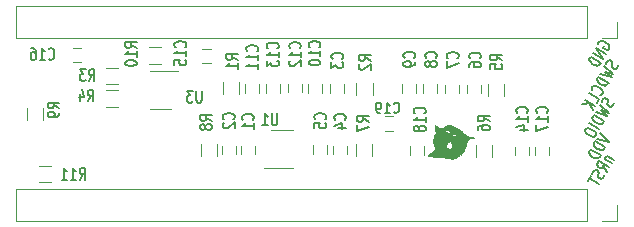
<source format=gbo>
%TF.GenerationSoftware,KiCad,Pcbnew,4.0.7*%
%TF.CreationDate,2018-01-16T14:15:25+08:00*%
%TF.ProjectId,STM32F401CCT6,53544D333246343031434354362E6B69,rev?*%
%TF.FileFunction,Legend,Bot*%
%FSLAX46Y46*%
G04 Gerber Fmt 4.6, Leading zero omitted, Abs format (unit mm)*
G04 Created by KiCad (PCBNEW 4.0.7) date 01/16/18 14:15:25*
%MOMM*%
%LPD*%
G01*
G04 APERTURE LIST*
%ADD10C,0.100000*%
%ADD11C,0.200000*%
%ADD12C,0.120000*%
%ADD13C,0.002822*%
G04 APERTURE END LIST*
D10*
D11*
X50021082Y-13084430D02*
X50753773Y-13815370D01*
X49754415Y-13546311D01*
X50487107Y-14277250D02*
X49621082Y-13777250D01*
X49525844Y-13942207D01*
X49509940Y-14064991D01*
X49554323Y-14178594D01*
X49617754Y-14259204D01*
X49763663Y-14387433D01*
X49887382Y-14458862D01*
X50071387Y-14521109D01*
X50172913Y-14535737D01*
X50293487Y-14517372D01*
X50391869Y-14442207D01*
X50487107Y-14277250D01*
X50087107Y-14970070D02*
X49221082Y-14470070D01*
X49125844Y-14635027D01*
X49109940Y-14757812D01*
X49154323Y-14871414D01*
X49217754Y-14952024D01*
X49363663Y-15080253D01*
X49487382Y-15151682D01*
X49671387Y-15213929D01*
X49772913Y-15228557D01*
X49893487Y-15210193D01*
X49991869Y-15135027D01*
X50087107Y-14970070D01*
X50594994Y-14996139D02*
X51172345Y-15329473D01*
X50677473Y-15043758D02*
X50617186Y-15052940D01*
X50537851Y-15095114D01*
X50480708Y-15194088D01*
X50483853Y-15283880D01*
X50547284Y-15364491D01*
X51000916Y-15626396D01*
X50581868Y-16352208D02*
X50302808Y-15883172D01*
X50810440Y-15956311D02*
X49944415Y-15456311D01*
X49792034Y-15720242D01*
X49795177Y-15810035D01*
X49817369Y-15866836D01*
X49880800Y-15947446D01*
X50004518Y-16018875D01*
X50106044Y-16033502D01*
X50166331Y-16024321D01*
X50245665Y-15982147D01*
X50398046Y-15718215D01*
X50388248Y-16592330D02*
X50372344Y-16715114D01*
X50277106Y-16880071D01*
X50197772Y-16922244D01*
X50137485Y-16931427D01*
X50035959Y-16916799D01*
X49953480Y-16869180D01*
X49890049Y-16788570D01*
X49867858Y-16731768D01*
X49864713Y-16641976D01*
X49899664Y-16486200D01*
X49896520Y-16396408D01*
X49874329Y-16339607D01*
X49810898Y-16258997D01*
X49728419Y-16211378D01*
X49626893Y-16196750D01*
X49566606Y-16205932D01*
X49487272Y-16248105D01*
X49392034Y-16413063D01*
X49376130Y-16535847D01*
X49220605Y-16709985D02*
X48992034Y-17105883D01*
X49972344Y-17407935D02*
X49106319Y-16907935D01*
X51180153Y-10536262D02*
X51164249Y-10659046D01*
X51069011Y-10824003D01*
X50989677Y-10866176D01*
X50929390Y-10875359D01*
X50827864Y-10860731D01*
X50745385Y-10813112D01*
X50681954Y-10732502D01*
X50659763Y-10675700D01*
X50656618Y-10585907D01*
X50691569Y-10430132D01*
X50688425Y-10340339D01*
X50666234Y-10283539D01*
X50602803Y-10202928D01*
X50520324Y-10155309D01*
X50418798Y-10140682D01*
X50358511Y-10149863D01*
X50279177Y-10192037D01*
X50183939Y-10356994D01*
X50168035Y-10479778D01*
X49993462Y-10686909D02*
X50764249Y-11351866D01*
X50069469Y-11126689D01*
X50611868Y-11615798D01*
X49650605Y-11280755D01*
X50364249Y-12044687D02*
X49498224Y-11544687D01*
X49402986Y-11709644D01*
X49387082Y-11832428D01*
X49431465Y-11946030D01*
X49494896Y-12026640D01*
X49640806Y-12154870D01*
X49764525Y-12226299D01*
X49948529Y-12288545D01*
X50050055Y-12303173D01*
X50170629Y-12284809D01*
X50269011Y-12209644D01*
X50364249Y-12044687D01*
X49964249Y-12737507D02*
X49098224Y-12237507D01*
X48831558Y-12699387D02*
X48755367Y-12831353D01*
X48758511Y-12921145D01*
X48802894Y-13034747D01*
X48948804Y-13162976D01*
X49237480Y-13329643D01*
X49421484Y-13391890D01*
X49542058Y-13373526D01*
X49621392Y-13331353D01*
X49697583Y-13199387D01*
X49694439Y-13109595D01*
X49650056Y-12995992D01*
X49504146Y-12867763D01*
X49215470Y-12701096D01*
X49031466Y-12638849D01*
X48910892Y-12657214D01*
X48831558Y-12699387D01*
X51565296Y-7288877D02*
X51549392Y-7411661D01*
X51454154Y-7576618D01*
X51374820Y-7618791D01*
X51314533Y-7627974D01*
X51213007Y-7613346D01*
X51130528Y-7565727D01*
X51067097Y-7485117D01*
X51044906Y-7428315D01*
X51041761Y-7338523D01*
X51076712Y-7182747D01*
X51073568Y-7092955D01*
X51051377Y-7036154D01*
X50987946Y-6955544D01*
X50905467Y-6907925D01*
X50803941Y-6893297D01*
X50743654Y-6902479D01*
X50664320Y-6944652D01*
X50569082Y-7109609D01*
X50553178Y-7232394D01*
X50378605Y-7439524D02*
X51149392Y-8104481D01*
X50454612Y-7879304D01*
X50997011Y-8368413D01*
X50035748Y-8033370D01*
X50749392Y-8797302D02*
X49883367Y-8297302D01*
X49788129Y-8462259D01*
X49772225Y-8585043D01*
X49816608Y-8698645D01*
X49880039Y-8779256D01*
X50025949Y-8907485D01*
X50149668Y-8978914D01*
X50333672Y-9041161D01*
X50435198Y-9055788D01*
X50555772Y-9037424D01*
X50654154Y-8962259D01*
X50749392Y-8797302D01*
X50038342Y-9838401D02*
X50098629Y-9829219D01*
X50197011Y-9754054D01*
X50235106Y-9688071D01*
X50251010Y-9565287D01*
X50206627Y-9451685D01*
X50143196Y-9371075D01*
X49997287Y-9242845D01*
X49873568Y-9171416D01*
X49689563Y-9109170D01*
X49588037Y-9094542D01*
X49467463Y-9112906D01*
X49369081Y-9188071D01*
X49330986Y-9254054D01*
X49315082Y-9376838D01*
X49337274Y-9433639D01*
X49758916Y-10512857D02*
X49949392Y-10182942D01*
X49083367Y-9682942D01*
X49625583Y-10743797D02*
X48759558Y-10243797D01*
X49397011Y-11139694D02*
X49073568Y-10557057D01*
X48530986Y-10639694D02*
X49254430Y-10529511D01*
X49873749Y-5574138D02*
X49870605Y-5484345D01*
X49927748Y-5385371D01*
X50026130Y-5310206D01*
X50146704Y-5291842D01*
X50248230Y-5306469D01*
X50432234Y-5368716D01*
X50555953Y-5440145D01*
X50701863Y-5568374D01*
X50765294Y-5648985D01*
X50809677Y-5762587D01*
X50793773Y-5885371D01*
X50755678Y-5951354D01*
X50657296Y-6026519D01*
X50597009Y-6035700D01*
X50308334Y-5869034D01*
X50384525Y-5737068D01*
X50508059Y-6380242D02*
X49642034Y-5880242D01*
X50279487Y-6776140D01*
X49413462Y-6276140D01*
X50089011Y-7106054D02*
X49222986Y-6606054D01*
X49127748Y-6771011D01*
X49111844Y-6893795D01*
X49156227Y-7007397D01*
X49219658Y-7088007D01*
X49365568Y-7216237D01*
X49489287Y-7287666D01*
X49673291Y-7349912D01*
X49774817Y-7364540D01*
X49895391Y-7346176D01*
X49993773Y-7271011D01*
X50089011Y-7106054D01*
D12*
X3500000Y-15870000D02*
X2500000Y-15870000D01*
X2500000Y-17230000D02*
X3500000Y-17230000D01*
X31802000Y-12862000D02*
X32502000Y-12862000D01*
X32502000Y-11662000D02*
X31802000Y-11662000D01*
X33942000Y-14192000D02*
X33942000Y-14892000D01*
X35142000Y-14892000D02*
X35142000Y-14192000D01*
X45702000Y-14942000D02*
X45702000Y-14242000D01*
X44502000Y-14242000D02*
X44502000Y-14942000D01*
X6082000Y-5872000D02*
X5382000Y-5872000D01*
X5382000Y-7072000D02*
X6082000Y-7072000D01*
X16362000Y-7132000D02*
X17062000Y-7132000D01*
X17062000Y-5932000D02*
X16362000Y-5932000D01*
X17592000Y-15002000D02*
X17592000Y-14002000D01*
X16232000Y-14002000D02*
X16232000Y-15002000D01*
X19192000Y-14842000D02*
X19192000Y-14142000D01*
X17992000Y-14142000D02*
X17992000Y-14842000D01*
X19632000Y-14152000D02*
X19632000Y-14852000D01*
X20832000Y-14852000D02*
X20832000Y-14152000D01*
X22202000Y-12822000D02*
X24002000Y-12822000D01*
X24002000Y-16042000D02*
X21552000Y-16042000D01*
X25682000Y-14122000D02*
X25682000Y-14822000D01*
X26882000Y-14822000D02*
X26882000Y-14122000D01*
X27422000Y-14132000D02*
X27422000Y-14832000D01*
X28622000Y-14832000D02*
X28622000Y-14132000D01*
X30692000Y-15002000D02*
X30692000Y-14002000D01*
X29332000Y-14002000D02*
X29332000Y-15002000D01*
X40872000Y-15062000D02*
X40872000Y-14062000D01*
X39512000Y-14062000D02*
X39512000Y-15062000D01*
X44052000Y-14922000D02*
X44052000Y-14222000D01*
X42852000Y-14222000D02*
X42852000Y-14922000D01*
X41920000Y-9950000D02*
X41920000Y-8950000D01*
X40560000Y-8950000D02*
X40560000Y-9950000D01*
X38102000Y-9672000D02*
X38102000Y-8972000D01*
X36902000Y-8972000D02*
X36902000Y-9672000D01*
X35002000Y-8952000D02*
X35002000Y-9652000D01*
X36202000Y-9652000D02*
X36202000Y-8952000D01*
X33272000Y-8952000D02*
X33272000Y-9652000D01*
X34472000Y-9652000D02*
X34472000Y-8952000D01*
X29402000Y-8842000D02*
X29402000Y-9842000D01*
X30762000Y-9842000D02*
X30762000Y-8842000D01*
X28372000Y-9652000D02*
X28372000Y-8952000D01*
X27172000Y-8952000D02*
X27172000Y-9652000D01*
X21192000Y-9642000D02*
X21192000Y-8942000D01*
X19992000Y-8942000D02*
X19992000Y-9642000D01*
X26492000Y-9642000D02*
X26492000Y-8942000D01*
X25292000Y-8942000D02*
X25292000Y-9642000D01*
X22922000Y-9662000D02*
X22922000Y-8962000D01*
X21722000Y-8962000D02*
X21722000Y-9662000D01*
X24802000Y-9632000D02*
X24802000Y-8932000D01*
X23602000Y-8932000D02*
X23602000Y-9632000D01*
X19452000Y-9772000D02*
X19452000Y-8772000D01*
X18092000Y-8772000D02*
X18092000Y-9772000D01*
X11870000Y-7190000D02*
X12870000Y-7190000D01*
X12870000Y-5830000D02*
X11870000Y-5830000D01*
X13682000Y-11022000D02*
X11882000Y-11022000D01*
X11882000Y-7802000D02*
X14332000Y-7802000D01*
X8202000Y-10832000D02*
X9202000Y-10832000D01*
X9202000Y-9472000D02*
X8202000Y-9472000D01*
X8202000Y-8922000D02*
X9202000Y-8922000D01*
X9202000Y-7562000D02*
X8202000Y-7562000D01*
X2842000Y-11942000D02*
X2842000Y-10942000D01*
X1482000Y-10942000D02*
X1482000Y-11942000D01*
X562000Y-20512000D02*
X562000Y-17852000D01*
X48882000Y-20512000D02*
X562000Y-20512000D01*
X48882000Y-17852000D02*
X562000Y-17852000D01*
X48882000Y-20512000D02*
X48882000Y-17852000D01*
X50152000Y-20512000D02*
X51482000Y-20512000D01*
X51482000Y-20512000D02*
X51482000Y-19182000D01*
X562000Y-5012000D02*
X562000Y-2352000D01*
X48882000Y-5012000D02*
X562000Y-5012000D01*
X48882000Y-2352000D02*
X562000Y-2352000D01*
X48882000Y-5012000D02*
X48882000Y-2352000D01*
X50152000Y-5012000D02*
X51482000Y-5012000D01*
X51482000Y-5012000D02*
X51482000Y-3682000D01*
X39962000Y-9672000D02*
X39962000Y-8972000D01*
X38762000Y-8972000D02*
X38762000Y-9672000D01*
D13*
G36*
X37395820Y-13131394D02*
X37443274Y-13132894D01*
X37511193Y-13161450D01*
X37573309Y-13182423D01*
X37686719Y-13180088D01*
X37761621Y-13129660D01*
X37817887Y-13060946D01*
X37858935Y-13006122D01*
X37888180Y-12997361D01*
X37921766Y-13076566D01*
X37892168Y-13145095D01*
X37845954Y-13196490D01*
X37829691Y-13224299D01*
X37931883Y-13265319D01*
X38014270Y-13323029D01*
X38072963Y-13390074D01*
X38104074Y-13459100D01*
X38103713Y-13522752D01*
X38037252Y-13487868D01*
X37973727Y-13428506D01*
X37878100Y-13356285D01*
X37779325Y-13317457D01*
X37704753Y-13320897D01*
X37653430Y-13344280D01*
X37624406Y-13365281D01*
X37563318Y-13419115D01*
X37509450Y-13474500D01*
X37453601Y-13510089D01*
X37386571Y-13504536D01*
X37404470Y-13451718D01*
X37469488Y-13382175D01*
X37538670Y-13318384D01*
X37569062Y-13282825D01*
X37493643Y-13228034D01*
X37407411Y-13179928D01*
X37395817Y-13131373D01*
X37304715Y-13068277D01*
X37281181Y-13065867D01*
X37232332Y-13065582D01*
X37167479Y-13061718D01*
X37095933Y-13048573D01*
X37027006Y-13020441D01*
X36970009Y-12971619D01*
X36934253Y-12896402D01*
X36929049Y-12789087D01*
X36748034Y-12625476D01*
X36613075Y-12676839D01*
X36543971Y-12681523D01*
X36461079Y-12656438D01*
X36371252Y-12611296D01*
X36281340Y-12555812D01*
X36198196Y-12499699D01*
X36128671Y-12452670D01*
X36079616Y-12424438D01*
X36057885Y-12424717D01*
X36035719Y-12473439D01*
X36034178Y-12552126D01*
X36046893Y-12650835D01*
X36067493Y-12759625D01*
X36089610Y-12868554D01*
X36106873Y-12967680D01*
X36112914Y-13047062D01*
X36101361Y-13096758D01*
X36043474Y-13187216D01*
X35997404Y-13278530D01*
X35962095Y-13370699D01*
X35936493Y-13463724D01*
X35919541Y-13557605D01*
X35910185Y-13652342D01*
X35907368Y-13747935D01*
X35910036Y-13844385D01*
X35924392Y-13943460D01*
X35946622Y-14036081D01*
X35971696Y-14123638D01*
X35994585Y-14207522D01*
X36010260Y-14289122D01*
X36015626Y-14398707D01*
X35999347Y-14469488D01*
X35964492Y-14516614D01*
X35914131Y-14555234D01*
X35851332Y-14600497D01*
X35779164Y-14667552D01*
X35714014Y-14725086D01*
X35632462Y-14782978D01*
X35549126Y-14840158D01*
X35478623Y-14895556D01*
X35435573Y-14948105D01*
X35469586Y-14995080D01*
X35557343Y-15028652D01*
X35610168Y-15041478D01*
X35689189Y-15050752D01*
X35788662Y-15057102D01*
X35902844Y-15061159D01*
X36025993Y-15063552D01*
X36152365Y-15064909D01*
X36276219Y-15065862D01*
X36391810Y-15067038D01*
X36493396Y-15069068D01*
X36575233Y-15072581D01*
X36631581Y-15078206D01*
X36728226Y-15096699D01*
X36840906Y-15121614D01*
X36954636Y-15148588D01*
X37054426Y-15173258D01*
X37125291Y-15191259D01*
X37152243Y-15198230D01*
X37293036Y-14478302D01*
X37266558Y-14433089D01*
X37210897Y-14393377D01*
X37141234Y-14352533D01*
X37072750Y-14303928D01*
X37020626Y-14240929D01*
X37000042Y-14156905D01*
X37013675Y-14052557D01*
X37048992Y-13975148D01*
X37098487Y-13915797D01*
X37154652Y-13865626D01*
X37209983Y-13815754D01*
X37256972Y-13757301D01*
X37288113Y-13681389D01*
X37338839Y-13777088D01*
X37386234Y-13842652D01*
X37429032Y-13887875D01*
X37465964Y-13922547D01*
X37495765Y-13956464D01*
X37517166Y-13999416D01*
X37528900Y-14061197D01*
X37529700Y-14151599D01*
X37497355Y-14234629D01*
X37433316Y-14327248D01*
X37358233Y-14413716D01*
X37292750Y-14478293D01*
X37152243Y-15198230D01*
X37210299Y-15207548D01*
X37325477Y-15226044D01*
X37409292Y-15239528D01*
X37508954Y-15243837D01*
X37624152Y-15219382D01*
X37733238Y-15182136D01*
X37814565Y-15148073D01*
X37846484Y-15133169D01*
X37882963Y-15115108D01*
X37972024Y-15056650D01*
X37997185Y-15040682D01*
X38045305Y-15005008D01*
X38058001Y-14989581D01*
X38091882Y-14941131D01*
X38140640Y-14856400D01*
X38197965Y-14732134D01*
X38257550Y-14565075D01*
X38280808Y-14475350D01*
X38296715Y-14388255D01*
X38307385Y-14308772D01*
X38314929Y-14241885D01*
X38331817Y-14072361D01*
X38338274Y-13982046D01*
X38341095Y-13954376D01*
X38348531Y-13976355D01*
X38361162Y-14039707D01*
X38371310Y-14136592D01*
X38371295Y-14259175D01*
X38353439Y-14399619D01*
X38326428Y-14519375D01*
X38295124Y-14638933D01*
X38264273Y-14748158D01*
X38238624Y-14836913D01*
X38222921Y-14895066D01*
X38221911Y-14912480D01*
X38292207Y-14843266D01*
X38360236Y-14753587D01*
X38424791Y-14649979D01*
X38484660Y-14538978D01*
X38538636Y-14427122D01*
X38585510Y-14320946D01*
X38624072Y-14226986D01*
X38653113Y-14151779D01*
X38671424Y-14101862D01*
X38677797Y-14083770D01*
X38717209Y-13954292D01*
X38751537Y-13844153D01*
X38783753Y-13751775D01*
X38816829Y-13675581D01*
X38853739Y-13613995D01*
X38897455Y-13565437D01*
X38950950Y-13528332D01*
X39017197Y-13501102D01*
X39099169Y-13482170D01*
X39199838Y-13469957D01*
X39322178Y-13462888D01*
X39176184Y-13439136D01*
X39048559Y-13411355D01*
X38937410Y-13379883D01*
X38840848Y-13345055D01*
X38756982Y-13307209D01*
X38683922Y-13266681D01*
X38619777Y-13223808D01*
X38562655Y-13178927D01*
X38510668Y-13132375D01*
X38461924Y-13084488D01*
X38414532Y-13035603D01*
X38366602Y-12986056D01*
X38316244Y-12936185D01*
X38261566Y-12886326D01*
X38200679Y-12836816D01*
X38131691Y-12787992D01*
X38052712Y-12740190D01*
X38052706Y-12740197D01*
X37960139Y-12695282D01*
X37868801Y-12644064D01*
X37778547Y-12589537D01*
X37689234Y-12534693D01*
X37600717Y-12482524D01*
X37512854Y-12436022D01*
X37425499Y-12398180D01*
X37338509Y-12371989D01*
X37251741Y-12360444D01*
X37163842Y-12372929D01*
X37081345Y-12403354D01*
X37001382Y-12447770D01*
X36921085Y-12502227D01*
X36837587Y-12562778D01*
X36748020Y-12625472D01*
X36929035Y-12789083D01*
X37071253Y-12794455D01*
X37169929Y-12827205D01*
X37233479Y-12877808D01*
X37270316Y-12936742D01*
X37288856Y-12994480D01*
X37297513Y-13041498D01*
X37304701Y-13068273D01*
X37395820Y-13131394D01*
X37395820Y-13131394D01*
G37*
X37395820Y-13131394D02*
X37443274Y-13132894D01*
X37511193Y-13161450D01*
X37573309Y-13182423D01*
X37686719Y-13180088D01*
X37761621Y-13129660D01*
X37817887Y-13060946D01*
X37858935Y-13006122D01*
X37888180Y-12997361D01*
X37921766Y-13076566D01*
X37892168Y-13145095D01*
X37845954Y-13196490D01*
X37829691Y-13224299D01*
X37931883Y-13265319D01*
X38014270Y-13323029D01*
X38072963Y-13390074D01*
X38104074Y-13459100D01*
X38103713Y-13522752D01*
X38037252Y-13487868D01*
X37973727Y-13428506D01*
X37878100Y-13356285D01*
X37779325Y-13317457D01*
X37704753Y-13320897D01*
X37653430Y-13344280D01*
X37624406Y-13365281D01*
X37563318Y-13419115D01*
X37509450Y-13474500D01*
X37453601Y-13510089D01*
X37386571Y-13504536D01*
X37404470Y-13451718D01*
X37469488Y-13382175D01*
X37538670Y-13318384D01*
X37569062Y-13282825D01*
X37493643Y-13228034D01*
X37407411Y-13179928D01*
X37395817Y-13131373D01*
X37304715Y-13068277D01*
X37281181Y-13065867D01*
X37232332Y-13065582D01*
X37167479Y-13061718D01*
X37095933Y-13048573D01*
X37027006Y-13020441D01*
X36970009Y-12971619D01*
X36934253Y-12896402D01*
X36929049Y-12789087D01*
X36748034Y-12625476D01*
X36613075Y-12676839D01*
X36543971Y-12681523D01*
X36461079Y-12656438D01*
X36371252Y-12611296D01*
X36281340Y-12555812D01*
X36198196Y-12499699D01*
X36128671Y-12452670D01*
X36079616Y-12424438D01*
X36057885Y-12424717D01*
X36035719Y-12473439D01*
X36034178Y-12552126D01*
X36046893Y-12650835D01*
X36067493Y-12759625D01*
X36089610Y-12868554D01*
X36106873Y-12967680D01*
X36112914Y-13047062D01*
X36101361Y-13096758D01*
X36043474Y-13187216D01*
X35997404Y-13278530D01*
X35962095Y-13370699D01*
X35936493Y-13463724D01*
X35919541Y-13557605D01*
X35910185Y-13652342D01*
X35907368Y-13747935D01*
X35910036Y-13844385D01*
X35924392Y-13943460D01*
X35946622Y-14036081D01*
X35971696Y-14123638D01*
X35994585Y-14207522D01*
X36010260Y-14289122D01*
X36015626Y-14398707D01*
X35999347Y-14469488D01*
X35964492Y-14516614D01*
X35914131Y-14555234D01*
X35851332Y-14600497D01*
X35779164Y-14667552D01*
X35714014Y-14725086D01*
X35632462Y-14782978D01*
X35549126Y-14840158D01*
X35478623Y-14895556D01*
X35435573Y-14948105D01*
X35469586Y-14995080D01*
X35557343Y-15028652D01*
X35610168Y-15041478D01*
X35689189Y-15050752D01*
X35788662Y-15057102D01*
X35902844Y-15061159D01*
X36025993Y-15063552D01*
X36152365Y-15064909D01*
X36276219Y-15065862D01*
X36391810Y-15067038D01*
X36493396Y-15069068D01*
X36575233Y-15072581D01*
X36631581Y-15078206D01*
X36728226Y-15096699D01*
X36840906Y-15121614D01*
X36954636Y-15148588D01*
X37054426Y-15173258D01*
X37125291Y-15191259D01*
X37152243Y-15198230D01*
X37293036Y-14478302D01*
X37266558Y-14433089D01*
X37210897Y-14393377D01*
X37141234Y-14352533D01*
X37072750Y-14303928D01*
X37020626Y-14240929D01*
X37000042Y-14156905D01*
X37013675Y-14052557D01*
X37048992Y-13975148D01*
X37098487Y-13915797D01*
X37154652Y-13865626D01*
X37209983Y-13815754D01*
X37256972Y-13757301D01*
X37288113Y-13681389D01*
X37338839Y-13777088D01*
X37386234Y-13842652D01*
X37429032Y-13887875D01*
X37465964Y-13922547D01*
X37495765Y-13956464D01*
X37517166Y-13999416D01*
X37528900Y-14061197D01*
X37529700Y-14151599D01*
X37497355Y-14234629D01*
X37433316Y-14327248D01*
X37358233Y-14413716D01*
X37292750Y-14478293D01*
X37152243Y-15198230D01*
X37210299Y-15207548D01*
X37325477Y-15226044D01*
X37409292Y-15239528D01*
X37508954Y-15243837D01*
X37624152Y-15219382D01*
X37733238Y-15182136D01*
X37814565Y-15148073D01*
X37846484Y-15133169D01*
X37882963Y-15115108D01*
X37972024Y-15056650D01*
X37997185Y-15040682D01*
X38045305Y-15005008D01*
X38058001Y-14989581D01*
X38091882Y-14941131D01*
X38140640Y-14856400D01*
X38197965Y-14732134D01*
X38257550Y-14565075D01*
X38280808Y-14475350D01*
X38296715Y-14388255D01*
X38307385Y-14308772D01*
X38314929Y-14241885D01*
X38331817Y-14072361D01*
X38338274Y-13982046D01*
X38341095Y-13954376D01*
X38348531Y-13976355D01*
X38361162Y-14039707D01*
X38371310Y-14136592D01*
X38371295Y-14259175D01*
X38353439Y-14399619D01*
X38326428Y-14519375D01*
X38295124Y-14638933D01*
X38264273Y-14748158D01*
X38238624Y-14836913D01*
X38222921Y-14895066D01*
X38221911Y-14912480D01*
X38292207Y-14843266D01*
X38360236Y-14753587D01*
X38424791Y-14649979D01*
X38484660Y-14538978D01*
X38538636Y-14427122D01*
X38585510Y-14320946D01*
X38624072Y-14226986D01*
X38653113Y-14151779D01*
X38671424Y-14101862D01*
X38677797Y-14083770D01*
X38717209Y-13954292D01*
X38751537Y-13844153D01*
X38783753Y-13751775D01*
X38816829Y-13675581D01*
X38853739Y-13613995D01*
X38897455Y-13565437D01*
X38950950Y-13528332D01*
X39017197Y-13501102D01*
X39099169Y-13482170D01*
X39199838Y-13469957D01*
X39322178Y-13462888D01*
X39176184Y-13439136D01*
X39048559Y-13411355D01*
X38937410Y-13379883D01*
X38840848Y-13345055D01*
X38756982Y-13307209D01*
X38683922Y-13266681D01*
X38619777Y-13223808D01*
X38562655Y-13178927D01*
X38510668Y-13132375D01*
X38461924Y-13084488D01*
X38414532Y-13035603D01*
X38366602Y-12986056D01*
X38316244Y-12936185D01*
X38261566Y-12886326D01*
X38200679Y-12836816D01*
X38131691Y-12787992D01*
X38052712Y-12740190D01*
X38052706Y-12740197D01*
X37960139Y-12695282D01*
X37868801Y-12644064D01*
X37778547Y-12589537D01*
X37689234Y-12534693D01*
X37600717Y-12482524D01*
X37512854Y-12436022D01*
X37425499Y-12398180D01*
X37338509Y-12371989D01*
X37251741Y-12360444D01*
X37163842Y-12372929D01*
X37081345Y-12403354D01*
X37001382Y-12447770D01*
X36921085Y-12502227D01*
X36837587Y-12562778D01*
X36748020Y-12625472D01*
X36929035Y-12789083D01*
X37071253Y-12794455D01*
X37169929Y-12827205D01*
X37233479Y-12877808D01*
X37270316Y-12936742D01*
X37288856Y-12994480D01*
X37297513Y-13041498D01*
X37304701Y-13068273D01*
X37395820Y-13131394D01*
D11*
X5964286Y-17022381D02*
X6230953Y-16546190D01*
X6421429Y-17022381D02*
X6421429Y-16022381D01*
X6116667Y-16022381D01*
X6040476Y-16070000D01*
X6002381Y-16117619D01*
X5964286Y-16212857D01*
X5964286Y-16355714D01*
X6002381Y-16450952D01*
X6040476Y-16498571D01*
X6116667Y-16546190D01*
X6421429Y-16546190D01*
X5202381Y-17022381D02*
X5659524Y-17022381D01*
X5430953Y-17022381D02*
X5430953Y-16022381D01*
X5507143Y-16165238D01*
X5583334Y-16260476D01*
X5659524Y-16308095D01*
X4440476Y-17022381D02*
X4897619Y-17022381D01*
X4669048Y-17022381D02*
X4669048Y-16022381D01*
X4745238Y-16165238D01*
X4821429Y-16260476D01*
X4897619Y-16308095D01*
X32546286Y-11285571D02*
X32584381Y-11326048D01*
X32698667Y-11366524D01*
X32774857Y-11366524D01*
X32889143Y-11326048D01*
X32965334Y-11245095D01*
X33003429Y-11164143D01*
X33041524Y-11002238D01*
X33041524Y-10880810D01*
X33003429Y-10718905D01*
X32965334Y-10637952D01*
X32889143Y-10557000D01*
X32774857Y-10516524D01*
X32698667Y-10516524D01*
X32584381Y-10557000D01*
X32546286Y-10597476D01*
X31784381Y-11366524D02*
X32241524Y-11366524D01*
X32012953Y-11366524D02*
X32012953Y-10516524D01*
X32089143Y-10637952D01*
X32165334Y-10718905D01*
X32241524Y-10759381D01*
X31403429Y-11366524D02*
X31251048Y-11366524D01*
X31174857Y-11326048D01*
X31136762Y-11285571D01*
X31060571Y-11164143D01*
X31022476Y-11002238D01*
X31022476Y-10678429D01*
X31060571Y-10597476D01*
X31098667Y-10557000D01*
X31174857Y-10516524D01*
X31327238Y-10516524D01*
X31403429Y-10557000D01*
X31441524Y-10597476D01*
X31479619Y-10678429D01*
X31479619Y-10880810D01*
X31441524Y-10961762D01*
X31403429Y-11002238D01*
X31327238Y-11042714D01*
X31174857Y-11042714D01*
X31098667Y-11002238D01*
X31060571Y-10961762D01*
X31022476Y-10880810D01*
X35159143Y-11407714D02*
X35206762Y-11369619D01*
X35254381Y-11255333D01*
X35254381Y-11179143D01*
X35206762Y-11064857D01*
X35111524Y-10988666D01*
X35016286Y-10950571D01*
X34825810Y-10912476D01*
X34682952Y-10912476D01*
X34492476Y-10950571D01*
X34397238Y-10988666D01*
X34302000Y-11064857D01*
X34254381Y-11179143D01*
X34254381Y-11255333D01*
X34302000Y-11369619D01*
X34349619Y-11407714D01*
X35254381Y-12169619D02*
X35254381Y-11712476D01*
X35254381Y-11941047D02*
X34254381Y-11941047D01*
X34397238Y-11864857D01*
X34492476Y-11788666D01*
X34540095Y-11712476D01*
X34682952Y-12626762D02*
X34635333Y-12550571D01*
X34587714Y-12512476D01*
X34492476Y-12474381D01*
X34444857Y-12474381D01*
X34349619Y-12512476D01*
X34302000Y-12550571D01*
X34254381Y-12626762D01*
X34254381Y-12779143D01*
X34302000Y-12855333D01*
X34349619Y-12893429D01*
X34444857Y-12931524D01*
X34492476Y-12931524D01*
X34587714Y-12893429D01*
X34635333Y-12855333D01*
X34682952Y-12779143D01*
X34682952Y-12626762D01*
X34730571Y-12550571D01*
X34778190Y-12512476D01*
X34873429Y-12474381D01*
X35063905Y-12474381D01*
X35159143Y-12512476D01*
X35206762Y-12550571D01*
X35254381Y-12626762D01*
X35254381Y-12779143D01*
X35206762Y-12855333D01*
X35159143Y-12893429D01*
X35063905Y-12931524D01*
X34873429Y-12931524D01*
X34778190Y-12893429D01*
X34730571Y-12855333D01*
X34682952Y-12779143D01*
X45507143Y-11335714D02*
X45554762Y-11297619D01*
X45602381Y-11183333D01*
X45602381Y-11107143D01*
X45554762Y-10992857D01*
X45459524Y-10916666D01*
X45364286Y-10878571D01*
X45173810Y-10840476D01*
X45030952Y-10840476D01*
X44840476Y-10878571D01*
X44745238Y-10916666D01*
X44650000Y-10992857D01*
X44602381Y-11107143D01*
X44602381Y-11183333D01*
X44650000Y-11297619D01*
X44697619Y-11335714D01*
X45602381Y-12097619D02*
X45602381Y-11640476D01*
X45602381Y-11869047D02*
X44602381Y-11869047D01*
X44745238Y-11792857D01*
X44840476Y-11716666D01*
X44888095Y-11640476D01*
X44602381Y-12364286D02*
X44602381Y-12897619D01*
X45602381Y-12554762D01*
X3334286Y-6777143D02*
X3372381Y-6824762D01*
X3486667Y-6872381D01*
X3562857Y-6872381D01*
X3677143Y-6824762D01*
X3753334Y-6729524D01*
X3791429Y-6634286D01*
X3829524Y-6443810D01*
X3829524Y-6300952D01*
X3791429Y-6110476D01*
X3753334Y-6015238D01*
X3677143Y-5920000D01*
X3562857Y-5872381D01*
X3486667Y-5872381D01*
X3372381Y-5920000D01*
X3334286Y-5967619D01*
X2572381Y-6872381D02*
X3029524Y-6872381D01*
X2800953Y-6872381D02*
X2800953Y-5872381D01*
X2877143Y-6015238D01*
X2953334Y-6110476D01*
X3029524Y-6158095D01*
X1886667Y-5872381D02*
X2039048Y-5872381D01*
X2115238Y-5920000D01*
X2153333Y-5967619D01*
X2229524Y-6110476D01*
X2267619Y-6300952D01*
X2267619Y-6681905D01*
X2229524Y-6777143D01*
X2191429Y-6824762D01*
X2115238Y-6872381D01*
X1962857Y-6872381D01*
X1886667Y-6824762D01*
X1848571Y-6777143D01*
X1810476Y-6681905D01*
X1810476Y-6443810D01*
X1848571Y-6348571D01*
X1886667Y-6300952D01*
X1962857Y-6253333D01*
X2115238Y-6253333D01*
X2191429Y-6300952D01*
X2229524Y-6348571D01*
X2267619Y-6443810D01*
X14897143Y-5805714D02*
X14944762Y-5767619D01*
X14992381Y-5653333D01*
X14992381Y-5577143D01*
X14944762Y-5462857D01*
X14849524Y-5386666D01*
X14754286Y-5348571D01*
X14563810Y-5310476D01*
X14420952Y-5310476D01*
X14230476Y-5348571D01*
X14135238Y-5386666D01*
X14040000Y-5462857D01*
X13992381Y-5577143D01*
X13992381Y-5653333D01*
X14040000Y-5767619D01*
X14087619Y-5805714D01*
X14992381Y-6567619D02*
X14992381Y-6110476D01*
X14992381Y-6339047D02*
X13992381Y-6339047D01*
X14135238Y-6262857D01*
X14230476Y-6186666D01*
X14278095Y-6110476D01*
X13992381Y-7291429D02*
X13992381Y-6910476D01*
X14468571Y-6872381D01*
X14420952Y-6910476D01*
X14373333Y-6986667D01*
X14373333Y-7177143D01*
X14420952Y-7253333D01*
X14468571Y-7291429D01*
X14563810Y-7329524D01*
X14801905Y-7329524D01*
X14897143Y-7291429D01*
X14944762Y-7253333D01*
X14992381Y-7177143D01*
X14992381Y-6986667D01*
X14944762Y-6910476D01*
X14897143Y-6872381D01*
X17174381Y-12038667D02*
X16698190Y-11772000D01*
X17174381Y-11581524D02*
X16174381Y-11581524D01*
X16174381Y-11886286D01*
X16222000Y-11962477D01*
X16269619Y-12000572D01*
X16364857Y-12038667D01*
X16507714Y-12038667D01*
X16602952Y-12000572D01*
X16650571Y-11962477D01*
X16698190Y-11886286D01*
X16698190Y-11581524D01*
X16602952Y-12495810D02*
X16555333Y-12419619D01*
X16507714Y-12381524D01*
X16412476Y-12343429D01*
X16364857Y-12343429D01*
X16269619Y-12381524D01*
X16222000Y-12419619D01*
X16174381Y-12495810D01*
X16174381Y-12648191D01*
X16222000Y-12724381D01*
X16269619Y-12762477D01*
X16364857Y-12800572D01*
X16412476Y-12800572D01*
X16507714Y-12762477D01*
X16555333Y-12724381D01*
X16602952Y-12648191D01*
X16602952Y-12495810D01*
X16650571Y-12419619D01*
X16698190Y-12381524D01*
X16793429Y-12343429D01*
X16983905Y-12343429D01*
X17079143Y-12381524D01*
X17126762Y-12419619D01*
X17174381Y-12495810D01*
X17174381Y-12648191D01*
X17126762Y-12724381D01*
X17079143Y-12762477D01*
X16983905Y-12800572D01*
X16793429Y-12800572D01*
X16698190Y-12762477D01*
X16650571Y-12724381D01*
X16602952Y-12648191D01*
X18987143Y-11886667D02*
X19034762Y-11848572D01*
X19082381Y-11734286D01*
X19082381Y-11658096D01*
X19034762Y-11543810D01*
X18939524Y-11467619D01*
X18844286Y-11429524D01*
X18653810Y-11391429D01*
X18510952Y-11391429D01*
X18320476Y-11429524D01*
X18225238Y-11467619D01*
X18130000Y-11543810D01*
X18082381Y-11658096D01*
X18082381Y-11734286D01*
X18130000Y-11848572D01*
X18177619Y-11886667D01*
X18177619Y-12191429D02*
X18130000Y-12229524D01*
X18082381Y-12305715D01*
X18082381Y-12496191D01*
X18130000Y-12572381D01*
X18177619Y-12610477D01*
X18272857Y-12648572D01*
X18368095Y-12648572D01*
X18510952Y-12610477D01*
X19082381Y-12153334D01*
X19082381Y-12648572D01*
X20607143Y-11946667D02*
X20654762Y-11908572D01*
X20702381Y-11794286D01*
X20702381Y-11718096D01*
X20654762Y-11603810D01*
X20559524Y-11527619D01*
X20464286Y-11489524D01*
X20273810Y-11451429D01*
X20130952Y-11451429D01*
X19940476Y-11489524D01*
X19845238Y-11527619D01*
X19750000Y-11603810D01*
X19702381Y-11718096D01*
X19702381Y-11794286D01*
X19750000Y-11908572D01*
X19797619Y-11946667D01*
X20702381Y-12708572D02*
X20702381Y-12251429D01*
X20702381Y-12480000D02*
X19702381Y-12480000D01*
X19845238Y-12403810D01*
X19940476Y-12327619D01*
X19988095Y-12251429D01*
X22701524Y-11404381D02*
X22701524Y-12213905D01*
X22663429Y-12309143D01*
X22625333Y-12356762D01*
X22549143Y-12404381D01*
X22396762Y-12404381D01*
X22320571Y-12356762D01*
X22282476Y-12309143D01*
X22244381Y-12213905D01*
X22244381Y-11404381D01*
X21444381Y-12404381D02*
X21901524Y-12404381D01*
X21672953Y-12404381D02*
X21672953Y-11404381D01*
X21749143Y-11547238D01*
X21825334Y-11642476D01*
X21901524Y-11690095D01*
X26737143Y-11906667D02*
X26784762Y-11868572D01*
X26832381Y-11754286D01*
X26832381Y-11678096D01*
X26784762Y-11563810D01*
X26689524Y-11487619D01*
X26594286Y-11449524D01*
X26403810Y-11411429D01*
X26260952Y-11411429D01*
X26070476Y-11449524D01*
X25975238Y-11487619D01*
X25880000Y-11563810D01*
X25832381Y-11678096D01*
X25832381Y-11754286D01*
X25880000Y-11868572D01*
X25927619Y-11906667D01*
X25832381Y-12630477D02*
X25832381Y-12249524D01*
X26308571Y-12211429D01*
X26260952Y-12249524D01*
X26213333Y-12325715D01*
X26213333Y-12516191D01*
X26260952Y-12592381D01*
X26308571Y-12630477D01*
X26403810Y-12668572D01*
X26641905Y-12668572D01*
X26737143Y-12630477D01*
X26784762Y-12592381D01*
X26832381Y-12516191D01*
X26832381Y-12325715D01*
X26784762Y-12249524D01*
X26737143Y-12211429D01*
X28417143Y-11946667D02*
X28464762Y-11908572D01*
X28512381Y-11794286D01*
X28512381Y-11718096D01*
X28464762Y-11603810D01*
X28369524Y-11527619D01*
X28274286Y-11489524D01*
X28083810Y-11451429D01*
X27940952Y-11451429D01*
X27750476Y-11489524D01*
X27655238Y-11527619D01*
X27560000Y-11603810D01*
X27512381Y-11718096D01*
X27512381Y-11794286D01*
X27560000Y-11908572D01*
X27607619Y-11946667D01*
X27845714Y-12632381D02*
X28512381Y-12632381D01*
X27464762Y-12441905D02*
X28179048Y-12251429D01*
X28179048Y-12746667D01*
X30434381Y-12098667D02*
X29958190Y-11832000D01*
X30434381Y-11641524D02*
X29434381Y-11641524D01*
X29434381Y-11946286D01*
X29482000Y-12022477D01*
X29529619Y-12060572D01*
X29624857Y-12098667D01*
X29767714Y-12098667D01*
X29862952Y-12060572D01*
X29910571Y-12022477D01*
X29958190Y-11946286D01*
X29958190Y-11641524D01*
X29434381Y-12365334D02*
X29434381Y-12898667D01*
X30434381Y-12555810D01*
X40682381Y-12096667D02*
X40206190Y-11830000D01*
X40682381Y-11639524D02*
X39682381Y-11639524D01*
X39682381Y-11944286D01*
X39730000Y-12020477D01*
X39777619Y-12058572D01*
X39872857Y-12096667D01*
X40015714Y-12096667D01*
X40110952Y-12058572D01*
X40158571Y-12020477D01*
X40206190Y-11944286D01*
X40206190Y-11639524D01*
X39682381Y-12782381D02*
X39682381Y-12630000D01*
X39730000Y-12553810D01*
X39777619Y-12515715D01*
X39920476Y-12439524D01*
X40110952Y-12401429D01*
X40491905Y-12401429D01*
X40587143Y-12439524D01*
X40634762Y-12477619D01*
X40682381Y-12553810D01*
X40682381Y-12706191D01*
X40634762Y-12782381D01*
X40587143Y-12820477D01*
X40491905Y-12858572D01*
X40253810Y-12858572D01*
X40158571Y-12820477D01*
X40110952Y-12782381D01*
X40063333Y-12706191D01*
X40063333Y-12553810D01*
X40110952Y-12477619D01*
X40158571Y-12439524D01*
X40253810Y-12401429D01*
X43827143Y-11345714D02*
X43874762Y-11307619D01*
X43922381Y-11193333D01*
X43922381Y-11117143D01*
X43874762Y-11002857D01*
X43779524Y-10926666D01*
X43684286Y-10888571D01*
X43493810Y-10850476D01*
X43350952Y-10850476D01*
X43160476Y-10888571D01*
X43065238Y-10926666D01*
X42970000Y-11002857D01*
X42922381Y-11117143D01*
X42922381Y-11193333D01*
X42970000Y-11307619D01*
X43017619Y-11345714D01*
X43922381Y-12107619D02*
X43922381Y-11650476D01*
X43922381Y-11879047D02*
X42922381Y-11879047D01*
X43065238Y-11802857D01*
X43160476Y-11726666D01*
X43208095Y-11650476D01*
X43255714Y-12793333D02*
X43922381Y-12793333D01*
X42874762Y-12602857D02*
X43589048Y-12412381D01*
X43589048Y-12907619D01*
X41740381Y-6924667D02*
X41264190Y-6658000D01*
X41740381Y-6467524D02*
X40740381Y-6467524D01*
X40740381Y-6772286D01*
X40788000Y-6848477D01*
X40835619Y-6886572D01*
X40930857Y-6924667D01*
X41073714Y-6924667D01*
X41168952Y-6886572D01*
X41216571Y-6848477D01*
X41264190Y-6772286D01*
X41264190Y-6467524D01*
X40740381Y-7648477D02*
X40740381Y-7267524D01*
X41216571Y-7229429D01*
X41168952Y-7267524D01*
X41121333Y-7343715D01*
X41121333Y-7534191D01*
X41168952Y-7610381D01*
X41216571Y-7648477D01*
X41311810Y-7686572D01*
X41549905Y-7686572D01*
X41645143Y-7648477D01*
X41692762Y-7610381D01*
X41740381Y-7534191D01*
X41740381Y-7343715D01*
X41692762Y-7267524D01*
X41645143Y-7229429D01*
X37957143Y-6726667D02*
X38004762Y-6688572D01*
X38052381Y-6574286D01*
X38052381Y-6498096D01*
X38004762Y-6383810D01*
X37909524Y-6307619D01*
X37814286Y-6269524D01*
X37623810Y-6231429D01*
X37480952Y-6231429D01*
X37290476Y-6269524D01*
X37195238Y-6307619D01*
X37100000Y-6383810D01*
X37052381Y-6498096D01*
X37052381Y-6574286D01*
X37100000Y-6688572D01*
X37147619Y-6726667D01*
X37052381Y-6993334D02*
X37052381Y-7526667D01*
X38052381Y-7183810D01*
X36107143Y-6706667D02*
X36154762Y-6668572D01*
X36202381Y-6554286D01*
X36202381Y-6478096D01*
X36154762Y-6363810D01*
X36059524Y-6287619D01*
X35964286Y-6249524D01*
X35773810Y-6211429D01*
X35630952Y-6211429D01*
X35440476Y-6249524D01*
X35345238Y-6287619D01*
X35250000Y-6363810D01*
X35202381Y-6478096D01*
X35202381Y-6554286D01*
X35250000Y-6668572D01*
X35297619Y-6706667D01*
X35630952Y-7163810D02*
X35583333Y-7087619D01*
X35535714Y-7049524D01*
X35440476Y-7011429D01*
X35392857Y-7011429D01*
X35297619Y-7049524D01*
X35250000Y-7087619D01*
X35202381Y-7163810D01*
X35202381Y-7316191D01*
X35250000Y-7392381D01*
X35297619Y-7430477D01*
X35392857Y-7468572D01*
X35440476Y-7468572D01*
X35535714Y-7430477D01*
X35583333Y-7392381D01*
X35630952Y-7316191D01*
X35630952Y-7163810D01*
X35678571Y-7087619D01*
X35726190Y-7049524D01*
X35821429Y-7011429D01*
X36011905Y-7011429D01*
X36107143Y-7049524D01*
X36154762Y-7087619D01*
X36202381Y-7163810D01*
X36202381Y-7316191D01*
X36154762Y-7392381D01*
X36107143Y-7430477D01*
X36011905Y-7468572D01*
X35821429Y-7468572D01*
X35726190Y-7430477D01*
X35678571Y-7392381D01*
X35630952Y-7316191D01*
X34287143Y-6706667D02*
X34334762Y-6668572D01*
X34382381Y-6554286D01*
X34382381Y-6478096D01*
X34334762Y-6363810D01*
X34239524Y-6287619D01*
X34144286Y-6249524D01*
X33953810Y-6211429D01*
X33810952Y-6211429D01*
X33620476Y-6249524D01*
X33525238Y-6287619D01*
X33430000Y-6363810D01*
X33382381Y-6478096D01*
X33382381Y-6554286D01*
X33430000Y-6668572D01*
X33477619Y-6706667D01*
X34382381Y-7087619D02*
X34382381Y-7240000D01*
X34334762Y-7316191D01*
X34287143Y-7354286D01*
X34144286Y-7430477D01*
X33953810Y-7468572D01*
X33572857Y-7468572D01*
X33477619Y-7430477D01*
X33430000Y-7392381D01*
X33382381Y-7316191D01*
X33382381Y-7163810D01*
X33430000Y-7087619D01*
X33477619Y-7049524D01*
X33572857Y-7011429D01*
X33810952Y-7011429D01*
X33906190Y-7049524D01*
X33953810Y-7087619D01*
X34001429Y-7163810D01*
X34001429Y-7316191D01*
X33953810Y-7392381D01*
X33906190Y-7430477D01*
X33810952Y-7468572D01*
X30602381Y-6936667D02*
X30126190Y-6670000D01*
X30602381Y-6479524D02*
X29602381Y-6479524D01*
X29602381Y-6784286D01*
X29650000Y-6860477D01*
X29697619Y-6898572D01*
X29792857Y-6936667D01*
X29935714Y-6936667D01*
X30030952Y-6898572D01*
X30078571Y-6860477D01*
X30126190Y-6784286D01*
X30126190Y-6479524D01*
X29697619Y-7241429D02*
X29650000Y-7279524D01*
X29602381Y-7355715D01*
X29602381Y-7546191D01*
X29650000Y-7622381D01*
X29697619Y-7660477D01*
X29792857Y-7698572D01*
X29888095Y-7698572D01*
X30030952Y-7660477D01*
X30602381Y-7203334D01*
X30602381Y-7698572D01*
X28189143Y-6788667D02*
X28236762Y-6750572D01*
X28284381Y-6636286D01*
X28284381Y-6560096D01*
X28236762Y-6445810D01*
X28141524Y-6369619D01*
X28046286Y-6331524D01*
X27855810Y-6293429D01*
X27712952Y-6293429D01*
X27522476Y-6331524D01*
X27427238Y-6369619D01*
X27332000Y-6445810D01*
X27284381Y-6560096D01*
X27284381Y-6636286D01*
X27332000Y-6750572D01*
X27379619Y-6788667D01*
X27284381Y-7055334D02*
X27284381Y-7550572D01*
X27665333Y-7283905D01*
X27665333Y-7398191D01*
X27712952Y-7474381D01*
X27760571Y-7512477D01*
X27855810Y-7550572D01*
X28093905Y-7550572D01*
X28189143Y-7512477D01*
X28236762Y-7474381D01*
X28284381Y-7398191D01*
X28284381Y-7169619D01*
X28236762Y-7093429D01*
X28189143Y-7055334D01*
X20979143Y-6137714D02*
X21026762Y-6099619D01*
X21074381Y-5985333D01*
X21074381Y-5909143D01*
X21026762Y-5794857D01*
X20931524Y-5718666D01*
X20836286Y-5680571D01*
X20645810Y-5642476D01*
X20502952Y-5642476D01*
X20312476Y-5680571D01*
X20217238Y-5718666D01*
X20122000Y-5794857D01*
X20074381Y-5909143D01*
X20074381Y-5985333D01*
X20122000Y-6099619D01*
X20169619Y-6137714D01*
X21074381Y-6899619D02*
X21074381Y-6442476D01*
X21074381Y-6671047D02*
X20074381Y-6671047D01*
X20217238Y-6594857D01*
X20312476Y-6518666D01*
X20360095Y-6442476D01*
X21074381Y-7661524D02*
X21074381Y-7204381D01*
X21074381Y-7432952D02*
X20074381Y-7432952D01*
X20217238Y-7356762D01*
X20312476Y-7280571D01*
X20360095Y-7204381D01*
X26249143Y-5797714D02*
X26296762Y-5759619D01*
X26344381Y-5645333D01*
X26344381Y-5569143D01*
X26296762Y-5454857D01*
X26201524Y-5378666D01*
X26106286Y-5340571D01*
X25915810Y-5302476D01*
X25772952Y-5302476D01*
X25582476Y-5340571D01*
X25487238Y-5378666D01*
X25392000Y-5454857D01*
X25344381Y-5569143D01*
X25344381Y-5645333D01*
X25392000Y-5759619D01*
X25439619Y-5797714D01*
X26344381Y-6559619D02*
X26344381Y-6102476D01*
X26344381Y-6331047D02*
X25344381Y-6331047D01*
X25487238Y-6254857D01*
X25582476Y-6178666D01*
X25630095Y-6102476D01*
X25344381Y-7054857D02*
X25344381Y-7131048D01*
X25392000Y-7207238D01*
X25439619Y-7245333D01*
X25534857Y-7283429D01*
X25725333Y-7321524D01*
X25963429Y-7321524D01*
X26153905Y-7283429D01*
X26249143Y-7245333D01*
X26296762Y-7207238D01*
X26344381Y-7131048D01*
X26344381Y-7054857D01*
X26296762Y-6978667D01*
X26249143Y-6940571D01*
X26153905Y-6902476D01*
X25963429Y-6864381D01*
X25725333Y-6864381D01*
X25534857Y-6902476D01*
X25439619Y-6940571D01*
X25392000Y-6978667D01*
X25344381Y-7054857D01*
X22707143Y-5905714D02*
X22754762Y-5867619D01*
X22802381Y-5753333D01*
X22802381Y-5677143D01*
X22754762Y-5562857D01*
X22659524Y-5486666D01*
X22564286Y-5448571D01*
X22373810Y-5410476D01*
X22230952Y-5410476D01*
X22040476Y-5448571D01*
X21945238Y-5486666D01*
X21850000Y-5562857D01*
X21802381Y-5677143D01*
X21802381Y-5753333D01*
X21850000Y-5867619D01*
X21897619Y-5905714D01*
X22802381Y-6667619D02*
X22802381Y-6210476D01*
X22802381Y-6439047D02*
X21802381Y-6439047D01*
X21945238Y-6362857D01*
X22040476Y-6286666D01*
X22088095Y-6210476D01*
X21802381Y-6934286D02*
X21802381Y-7429524D01*
X22183333Y-7162857D01*
X22183333Y-7277143D01*
X22230952Y-7353333D01*
X22278571Y-7391429D01*
X22373810Y-7429524D01*
X22611905Y-7429524D01*
X22707143Y-7391429D01*
X22754762Y-7353333D01*
X22802381Y-7277143D01*
X22802381Y-7048571D01*
X22754762Y-6972381D01*
X22707143Y-6934286D01*
X24597143Y-5895714D02*
X24644762Y-5857619D01*
X24692381Y-5743333D01*
X24692381Y-5667143D01*
X24644762Y-5552857D01*
X24549524Y-5476666D01*
X24454286Y-5438571D01*
X24263810Y-5400476D01*
X24120952Y-5400476D01*
X23930476Y-5438571D01*
X23835238Y-5476666D01*
X23740000Y-5552857D01*
X23692381Y-5667143D01*
X23692381Y-5743333D01*
X23740000Y-5857619D01*
X23787619Y-5895714D01*
X24692381Y-6657619D02*
X24692381Y-6200476D01*
X24692381Y-6429047D02*
X23692381Y-6429047D01*
X23835238Y-6352857D01*
X23930476Y-6276666D01*
X23978095Y-6200476D01*
X23787619Y-6962381D02*
X23740000Y-7000476D01*
X23692381Y-7076667D01*
X23692381Y-7267143D01*
X23740000Y-7343333D01*
X23787619Y-7381429D01*
X23882857Y-7419524D01*
X23978095Y-7419524D01*
X24120952Y-7381429D01*
X24692381Y-6924286D01*
X24692381Y-7419524D01*
X19362381Y-6876667D02*
X18886190Y-6610000D01*
X19362381Y-6419524D02*
X18362381Y-6419524D01*
X18362381Y-6724286D01*
X18410000Y-6800477D01*
X18457619Y-6838572D01*
X18552857Y-6876667D01*
X18695714Y-6876667D01*
X18790952Y-6838572D01*
X18838571Y-6800477D01*
X18886190Y-6724286D01*
X18886190Y-6419524D01*
X19362381Y-7638572D02*
X19362381Y-7181429D01*
X19362381Y-7410000D02*
X18362381Y-7410000D01*
X18505238Y-7333810D01*
X18600476Y-7257619D01*
X18648095Y-7181429D01*
X10802381Y-5855714D02*
X10326190Y-5589047D01*
X10802381Y-5398571D02*
X9802381Y-5398571D01*
X9802381Y-5703333D01*
X9850000Y-5779524D01*
X9897619Y-5817619D01*
X9992857Y-5855714D01*
X10135714Y-5855714D01*
X10230952Y-5817619D01*
X10278571Y-5779524D01*
X10326190Y-5703333D01*
X10326190Y-5398571D01*
X10802381Y-6617619D02*
X10802381Y-6160476D01*
X10802381Y-6389047D02*
X9802381Y-6389047D01*
X9945238Y-6312857D01*
X10040476Y-6236666D01*
X10088095Y-6160476D01*
X9802381Y-7112857D02*
X9802381Y-7189048D01*
X9850000Y-7265238D01*
X9897619Y-7303333D01*
X9992857Y-7341429D01*
X10183333Y-7379524D01*
X10421429Y-7379524D01*
X10611905Y-7341429D01*
X10707143Y-7303333D01*
X10754762Y-7265238D01*
X10802381Y-7189048D01*
X10802381Y-7112857D01*
X10754762Y-7036667D01*
X10707143Y-6998571D01*
X10611905Y-6960476D01*
X10421429Y-6922381D01*
X10183333Y-6922381D01*
X9992857Y-6960476D01*
X9897619Y-6998571D01*
X9850000Y-7036667D01*
X9802381Y-7112857D01*
X16291524Y-9494381D02*
X16291524Y-10303905D01*
X16253429Y-10399143D01*
X16215333Y-10446762D01*
X16139143Y-10494381D01*
X15986762Y-10494381D01*
X15910571Y-10446762D01*
X15872476Y-10399143D01*
X15834381Y-10303905D01*
X15834381Y-9494381D01*
X15529619Y-9494381D02*
X15034381Y-9494381D01*
X15301048Y-9875333D01*
X15186762Y-9875333D01*
X15110572Y-9922952D01*
X15072476Y-9970571D01*
X15034381Y-10065810D01*
X15034381Y-10303905D01*
X15072476Y-10399143D01*
X15110572Y-10446762D01*
X15186762Y-10494381D01*
X15415334Y-10494381D01*
X15491524Y-10446762D01*
X15529619Y-10399143D01*
X6675333Y-10394381D02*
X6942000Y-9918190D01*
X7132476Y-10394381D02*
X7132476Y-9394381D01*
X6827714Y-9394381D01*
X6751523Y-9442000D01*
X6713428Y-9489619D01*
X6675333Y-9584857D01*
X6675333Y-9727714D01*
X6713428Y-9822952D01*
X6751523Y-9870571D01*
X6827714Y-9918190D01*
X7132476Y-9918190D01*
X5989619Y-9727714D02*
X5989619Y-10394381D01*
X6180095Y-9346762D02*
X6370571Y-10061048D01*
X5875333Y-10061048D01*
X6745333Y-8664381D02*
X7012000Y-8188190D01*
X7202476Y-8664381D02*
X7202476Y-7664381D01*
X6897714Y-7664381D01*
X6821523Y-7712000D01*
X6783428Y-7759619D01*
X6745333Y-7854857D01*
X6745333Y-7997714D01*
X6783428Y-8092952D01*
X6821523Y-8140571D01*
X6897714Y-8188190D01*
X7202476Y-8188190D01*
X6478666Y-7664381D02*
X5983428Y-7664381D01*
X6250095Y-8045333D01*
X6135809Y-8045333D01*
X6059619Y-8092952D01*
X6021523Y-8140571D01*
X5983428Y-8235810D01*
X5983428Y-8473905D01*
X6021523Y-8569143D01*
X6059619Y-8616762D01*
X6135809Y-8664381D01*
X6364381Y-8664381D01*
X6440571Y-8616762D01*
X6478666Y-8569143D01*
X4254381Y-10958667D02*
X3778190Y-10692000D01*
X4254381Y-10501524D02*
X3254381Y-10501524D01*
X3254381Y-10806286D01*
X3302000Y-10882477D01*
X3349619Y-10920572D01*
X3444857Y-10958667D01*
X3587714Y-10958667D01*
X3682952Y-10920572D01*
X3730571Y-10882477D01*
X3778190Y-10806286D01*
X3778190Y-10501524D01*
X4254381Y-11339619D02*
X4254381Y-11492000D01*
X4206762Y-11568191D01*
X4159143Y-11606286D01*
X4016286Y-11682477D01*
X3825810Y-11720572D01*
X3444857Y-11720572D01*
X3349619Y-11682477D01*
X3302000Y-11644381D01*
X3254381Y-11568191D01*
X3254381Y-11415810D01*
X3302000Y-11339619D01*
X3349619Y-11301524D01*
X3444857Y-11263429D01*
X3682952Y-11263429D01*
X3778190Y-11301524D01*
X3825810Y-11339619D01*
X3873429Y-11415810D01*
X3873429Y-11568191D01*
X3825810Y-11644381D01*
X3778190Y-11682477D01*
X3682952Y-11720572D01*
X39837143Y-6756667D02*
X39884762Y-6718572D01*
X39932381Y-6604286D01*
X39932381Y-6528096D01*
X39884762Y-6413810D01*
X39789524Y-6337619D01*
X39694286Y-6299524D01*
X39503810Y-6261429D01*
X39360952Y-6261429D01*
X39170476Y-6299524D01*
X39075238Y-6337619D01*
X38980000Y-6413810D01*
X38932381Y-6528096D01*
X38932381Y-6604286D01*
X38980000Y-6718572D01*
X39027619Y-6756667D01*
X38932381Y-7442381D02*
X38932381Y-7290000D01*
X38980000Y-7213810D01*
X39027619Y-7175715D01*
X39170476Y-7099524D01*
X39360952Y-7061429D01*
X39741905Y-7061429D01*
X39837143Y-7099524D01*
X39884762Y-7137619D01*
X39932381Y-7213810D01*
X39932381Y-7366191D01*
X39884762Y-7442381D01*
X39837143Y-7480477D01*
X39741905Y-7518572D01*
X39503810Y-7518572D01*
X39408571Y-7480477D01*
X39360952Y-7442381D01*
X39313333Y-7366191D01*
X39313333Y-7213810D01*
X39360952Y-7137619D01*
X39408571Y-7099524D01*
X39503810Y-7061429D01*
M02*

</source>
